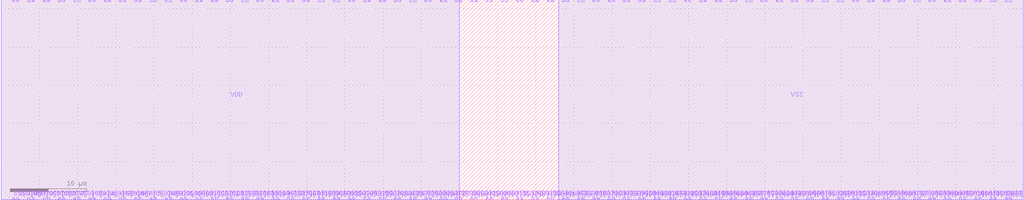
<source format=lef>
VERSION 5.7 ;
  NOWIREEXTENSIONATPIN ON ;
  DIVIDERCHAR "/" ;
  BUSBITCHARS "[]" ;
MACRO dac2u128out4in
  CLASS BLOCK ;
  FOREIGN dac2u128out4in ;
  ORIGIN 0 0 ;
  SIZE 133.800 BY 26.190 ;
  PIN VSS
    USE GROUND ;
    PORT
      LAYER Metal5 ;
        RECT 73 0 133.8 26.19 ;
    END
  END VSS
  PIN VDD
    USE POWER ;
    PORT
      LAYER Metal5 ;
        RECT 0 0 60 26.19 ;
    END
  END VDD
#  PIN VbiasP[1]
#    PORT
#      LAYER Metal1 ;
#        RECT 0.9 14.95 132.9 19.88 ;
#    END
#  END VbiasP[1]
#  PIN Iout
#    PORT
#      LAYER Metal1 ;
#        RECT 0 12.745 133.8 13.445 ;
#    END
#  END Iout
#  PIN VbiasP[0]
#    PORT
#      LAYER Metal1 ;
#        RECT 0.9 6.31 132.9 11.24 ;
#    END
#  END VbiasP[0]
  PIN ON[64]
    PORT
      LAYER Metal2 ;
        RECT 130.03 25.9 130.32 26.19 ;
    END
  END ON[64]
  PIN ONB[64]
    PORT
      LAYER Metal2 ;
        RECT 129.48 25.9 129.77 26.19 ;
    END
  END ONB[64]
  PIN ON[65]
    PORT
      LAYER Metal2 ;
        RECT 128.03 25.9 128.32 26.19 ;
    END
  END ON[65]
  PIN ONB[65]
    PORT
      LAYER Metal2 ;
        RECT 127.48 25.9 127.77 26.19 ;
    END
  END ONB[65]
  PIN ON[66]
    PORT
      LAYER Metal2 ;
        RECT 126.03 25.9 126.32 26.19 ;
    END
  END ON[66]
  PIN ONB[66]
    PORT
      LAYER Metal2 ;
        RECT 125.48 25.9 125.77 26.19 ;
    END
  END ONB[66]
  PIN ON[67]
    PORT
      LAYER Metal2 ;
        RECT 124.03 25.9 124.32 26.19 ;
    END
  END ON[67]
  PIN ONB[67]
    PORT
      LAYER Metal2 ;
        RECT 123.48 25.9 123.77 26.19 ;
    END
  END ONB[67]
  PIN ON[68]
    PORT
      LAYER Metal2 ;
        RECT 122.03 25.9 122.32 26.19 ;
    END
  END ON[68]
  PIN ONB[68]
    PORT
      LAYER Metal2 ;
        RECT 121.48 25.9 121.77 26.19 ;
    END
  END ONB[68]
  PIN ON[69]
    PORT
      LAYER Metal2 ;
        RECT 120.03 25.9 120.32 26.19 ;
    END
  END ON[69]
  PIN ONB[69]
    PORT
      LAYER Metal2 ;
        RECT 119.48 25.9 119.77 26.19 ;
    END
  END ONB[69]
  PIN ON[70]
    PORT
      LAYER Metal2 ;
        RECT 118.03 25.9 118.32 26.19 ;
    END
  END ON[70]
  PIN ONB[70]
    PORT
      LAYER Metal2 ;
        RECT 117.48 25.9 117.77 26.19 ;
    END
  END ONB[70]
  PIN ON[71]
    PORT
      LAYER Metal2 ;
        RECT 116.03 25.9 116.32 26.19 ;
    END
  END ON[71]
  PIN ONB[71]
    PORT
      LAYER Metal2 ;
        RECT 115.48 25.9 115.77 26.19 ;
    END
  END ONB[71]
  PIN ON[72]
    PORT
      LAYER Metal2 ;
        RECT 114.03 25.9 114.32 26.19 ;
    END
  END ON[72]
  PIN ONB[72]
    PORT
      LAYER Metal2 ;
        RECT 113.48 25.9 113.77 26.19 ;
    END
  END ONB[72]
  PIN ON[73]
    PORT
      LAYER Metal2 ;
        RECT 112.03 25.9 112.32 26.19 ;
    END
  END ON[73]
  PIN ONB[73]
    PORT
      LAYER Metal2 ;
        RECT 111.48 25.9 111.77 26.19 ;
    END
  END ONB[73]
  PIN ON[74]
    PORT
      LAYER Metal2 ;
        RECT 110.03 25.9 110.32 26.19 ;
    END
  END ON[74]
  PIN ONB[74]
    PORT
      LAYER Metal2 ;
        RECT 109.48 25.9 109.77 26.19 ;
    END
  END ONB[74]
  PIN ON[75]
    PORT
      LAYER Metal2 ;
        RECT 108.03 25.9 108.32 26.19 ;
    END
  END ON[75]
  PIN ONB[75]
    PORT
      LAYER Metal2 ;
        RECT 107.48 25.9 107.77 26.19 ;
    END
  END ONB[75]
  PIN ON[76]
    PORT
      LAYER Metal2 ;
        RECT 106.03 25.9 106.32 26.19 ;
    END
  END ON[76]
  PIN ONB[76]
    PORT
      LAYER Metal2 ;
        RECT 105.48 25.9 105.77 26.19 ;
    END
  END ONB[76]
  PIN ON[77]
    PORT
      LAYER Metal2 ;
        RECT 104.03 25.9 104.32 26.19 ;
    END
  END ON[77]
  PIN ONB[77]
    PORT
      LAYER Metal2 ;
        RECT 103.48 25.9 103.77 26.19 ;
    END
  END ONB[77]
  PIN ON[78]
    PORT
      LAYER Metal2 ;
        RECT 102.03 25.9 102.32 26.19 ;
    END
  END ON[78]
  PIN ONB[78]
    PORT
      LAYER Metal2 ;
        RECT 101.48 25.9 101.77 26.19 ;
    END
  END ONB[78]
  PIN ON[79]
    PORT
      LAYER Metal2 ;
        RECT 100.03 25.9 100.32 26.19 ;
    END
  END ON[79]
  PIN ONB[79]
    PORT
      LAYER Metal2 ;
        RECT 99.48 25.9 99.77 26.19 ;
    END
  END ONB[79]
  PIN ON[80]
    PORT
      LAYER Metal2 ;
        RECT 98.03 25.9 98.32 26.19 ;
    END
  END ON[80]
  PIN ONB[80]
    PORT
      LAYER Metal2 ;
        RECT 97.48 25.9 97.77 26.19 ;
    END
  END ONB[80]
  PIN ON[81]
    PORT
      LAYER Metal2 ;
        RECT 96.03 25.9 96.32 26.19 ;
    END
  END ON[81]
  PIN ONB[81]
    PORT
      LAYER Metal2 ;
        RECT 95.48 25.9 95.77 26.19 ;
    END
  END ONB[81]
  PIN ON[82]
    PORT
      LAYER Metal2 ;
        RECT 94.03 25.9 94.32 26.19 ;
    END
  END ON[82]
  PIN ONB[82]
    PORT
      LAYER Metal2 ;
        RECT 93.48 25.9 93.77 26.19 ;
    END
  END ONB[82]
  PIN ON[83]
    PORT
      LAYER Metal2 ;
        RECT 92.03 25.9 92.32 26.19 ;
    END
  END ON[83]
  PIN ONB[83]
    PORT
      LAYER Metal2 ;
        RECT 91.48 25.9 91.77 26.19 ;
    END
  END ONB[83]
  PIN ON[84]
    PORT
      LAYER Metal2 ;
        RECT 90.03 25.9 90.32 26.19 ;
    END
  END ON[84]
  PIN ONB[84]
    PORT
      LAYER Metal2 ;
        RECT 89.48 25.9 89.77 26.19 ;
    END
  END ONB[84]
  PIN ON[85]
    PORT
      LAYER Metal2 ;
        RECT 88.03 25.9 88.32 26.19 ;
    END
  END ON[85]
  PIN ONB[85]
    PORT
      LAYER Metal2 ;
        RECT 87.48 25.9 87.77 26.19 ;
    END
  END ONB[85]
  PIN ON[86]
    PORT
      LAYER Metal2 ;
        RECT 86.03 25.9 86.32 26.19 ;
    END
  END ON[86]
  PIN ONB[86]
    PORT
      LAYER Metal2 ;
        RECT 85.48 25.9 85.77 26.19 ;
    END
  END ONB[86]
  PIN ON[87]
    PORT
      LAYER Metal2 ;
        RECT 84.03 25.9 84.32 26.19 ;
    END
  END ON[87]
  PIN ONB[87]
    PORT
      LAYER Metal2 ;
        RECT 83.48 25.9 83.77 26.19 ;
    END
  END ONB[87]
  PIN ON[88]
    PORT
      LAYER Metal2 ;
        RECT 82.03 25.9 82.32 26.19 ;
    END
  END ON[88]
  PIN ONB[88]
    PORT
      LAYER Metal2 ;
        RECT 81.48 25.9 81.77 26.19 ;
    END
  END ONB[88]
  PIN ON[89]
    PORT
      LAYER Metal2 ;
        RECT 80.03 25.9 80.32 26.19 ;
    END
  END ON[89]
  PIN ONB[89]
    PORT
      LAYER Metal2 ;
        RECT 79.48 25.9 79.77 26.19 ;
    END
  END ONB[89]
  PIN ON[90]
    PORT
      LAYER Metal2 ;
        RECT 78.03 25.9 78.32 26.19 ;
    END
  END ON[90]
  PIN ONB[90]
    PORT
      LAYER Metal2 ;
        RECT 77.48 25.9 77.77 26.19 ;
    END
  END ONB[90]
  PIN ON[91]
    PORT
      LAYER Metal2 ;
        RECT 76.03 25.9 76.32 26.19 ;
    END
  END ON[91]
  PIN ONB[91]
    PORT
      LAYER Metal2 ;
        RECT 75.48 25.9 75.77 26.19 ;
    END
  END ONB[91]
  PIN ON[92]
    PORT
      LAYER Metal2 ;
        RECT 74.03 25.9 74.32 26.19 ;
    END
  END ON[92]
  PIN ONB[92]
    PORT
      LAYER Metal2 ;
        RECT 73.48 25.9 73.77 26.19 ;
    END
  END ONB[92]
  PIN ON[93]
    PORT
      LAYER Metal2 ;
        RECT 72.03 25.9 72.32 26.19 ;
    END
  END ON[93]
  PIN ONB[93]
    PORT
      LAYER Metal2 ;
        RECT 71.48 25.9 71.77 26.19 ;
    END
  END ONB[93]
  PIN ON[94]
    PORT
      LAYER Metal2 ;
        RECT 70.03 25.9 70.32 26.19 ;
    END
  END ON[94]
  PIN ONB[94]
    PORT
      LAYER Metal2 ;
        RECT 69.48 25.9 69.77 26.19 ;
    END
  END ONB[94]
  PIN ON[95]
    PORT
      LAYER Metal2 ;
        RECT 68.03 25.9 68.32 26.19 ;
    END
  END ON[95]
  PIN ONB[95]
    PORT
      LAYER Metal2 ;
        RECT 67.48 25.9 67.77 26.19 ;
    END
  END ONB[95]
  PIN EN[2]
    PORT
      LAYER Metal2 ;
        RECT 132.03 25.9 132.32 26.19 ;
    END
  END EN[2]
  PIN ENB[2]
    PORT
      LAYER Metal2 ;
        RECT 131.48 25.9 131.77 26.19 ;
    END
  END ENB[2]
  PIN ON[97]
    PORT
      LAYER Metal2 ;
        RECT 64.03 25.9 64.32 26.19 ;
    END
  END ON[97]
  PIN ONB[97]
    PORT
      LAYER Metal2 ;
        RECT 63.48 25.9 63.77 26.19 ;
    END
  END ONB[97]
  PIN ON[98]
    PORT
      LAYER Metal2 ;
        RECT 62.03 25.9 62.32 26.19 ;
    END
  END ON[98]
  PIN ONB[98]
    PORT
      LAYER Metal2 ;
        RECT 61.48 25.9 61.77 26.19 ;
    END
  END ONB[98]
  PIN ON[99]
    PORT
      LAYER Metal2 ;
        RECT 60.03 25.9 60.32 26.19 ;
    END
  END ON[99]
  PIN ONB[99]
    PORT
      LAYER Metal2 ;
        RECT 59.48 25.9 59.77 26.19 ;
    END
  END ONB[99]
  PIN ON[100]
    PORT
      LAYER Metal2 ;
        RECT 58.03 25.9 58.32 26.19 ;
    END
  END ON[100]
  PIN ONB[100]
    PORT
      LAYER Metal2 ;
        RECT 57.48 25.9 57.77 26.19 ;
    END
  END ONB[100]
  PIN ON[101]
    PORT
      LAYER Metal2 ;
        RECT 56.03 25.9 56.32 26.19 ;
    END
  END ON[101]
  PIN ONB[101]
    PORT
      LAYER Metal2 ;
        RECT 55.48 25.9 55.77 26.19 ;
    END
  END ONB[101]
  PIN ON[102]
    PORT
      LAYER Metal2 ;
        RECT 54.03 25.9 54.32 26.19 ;
    END
  END ON[102]
  PIN ONB[102]
    PORT
      LAYER Metal2 ;
        RECT 53.48 25.9 53.77 26.19 ;
    END
  END ONB[102]
  PIN ON[103]
    PORT
      LAYER Metal2 ;
        RECT 52.03 25.9 52.32 26.19 ;
    END
  END ON[103]
  PIN ONB[103]
    PORT
      LAYER Metal2 ;
        RECT 51.48 25.9 51.77 26.19 ;
    END
  END ONB[103]
  PIN ON[104]
    PORT
      LAYER Metal2 ;
        RECT 50.03 25.9 50.32 26.19 ;
    END
  END ON[104]
  PIN ONB[104]
    PORT
      LAYER Metal2 ;
        RECT 49.48 25.9 49.77 26.19 ;
    END
  END ONB[104]
  PIN ON[105]
    PORT
      LAYER Metal2 ;
        RECT 48.03 25.9 48.32 26.19 ;
    END
  END ON[105]
  PIN ONB[105]
    PORT
      LAYER Metal2 ;
        RECT 47.48 25.9 47.77 26.19 ;
    END
  END ONB[105]
  PIN ON[106]
    PORT
      LAYER Metal2 ;
        RECT 46.03 25.9 46.32 26.19 ;
    END
  END ON[106]
  PIN ONB[106]
    PORT
      LAYER Metal2 ;
        RECT 45.48 25.9 45.77 26.19 ;
    END
  END ONB[106]
  PIN ON[107]
    PORT
      LAYER Metal2 ;
        RECT 44.03 25.9 44.32 26.19 ;
    END
  END ON[107]
  PIN ONB[107]
    PORT
      LAYER Metal2 ;
        RECT 43.48 25.9 43.77 26.19 ;
    END
  END ONB[107]
  PIN ON[108]
    PORT
      LAYER Metal2 ;
        RECT 42.03 25.9 42.32 26.19 ;
    END
  END ON[108]
  PIN ONB[108]
    PORT
      LAYER Metal2 ;
        RECT 41.48 25.9 41.77 26.19 ;
    END
  END ONB[108]
  PIN ON[109]
    PORT
      LAYER Metal2 ;
        RECT 40.03 25.9 40.32 26.19 ;
    END
  END ON[109]
  PIN ONB[109]
    PORT
      LAYER Metal2 ;
        RECT 39.48 25.9 39.77 26.19 ;
    END
  END ONB[109]
  PIN ON[110]
    PORT
      LAYER Metal2 ;
        RECT 38.03 25.9 38.32 26.19 ;
    END
  END ON[110]
  PIN ONB[110]
    PORT
      LAYER Metal2 ;
        RECT 37.48 25.9 37.77 26.19 ;
    END
  END ONB[110]
  PIN ON[111]
    PORT
      LAYER Metal2 ;
        RECT 36.03 25.9 36.32 26.19 ;
    END
  END ON[111]
  PIN ONB[111]
    PORT
      LAYER Metal2 ;
        RECT 35.48 25.9 35.77 26.19 ;
    END
  END ONB[111]
  PIN ON[112]
    PORT
      LAYER Metal2 ;
        RECT 34.03 25.9 34.32 26.19 ;
    END
  END ON[112]
  PIN ONB[112]
    PORT
      LAYER Metal2 ;
        RECT 33.48 25.9 33.77 26.19 ;
    END
  END ONB[112]
  PIN ON[113]
    PORT
      LAYER Metal2 ;
        RECT 32.03 25.9 32.32 26.19 ;
    END
  END ON[113]
  PIN ONB[113]
    PORT
      LAYER Metal2 ;
        RECT 31.48 25.9 31.77 26.19 ;
    END
  END ONB[113]
  PIN ON[114]
    PORT
      LAYER Metal2 ;
        RECT 30.03 25.9 30.32 26.19 ;
    END
  END ON[114]
  PIN ONB[114]
    PORT
      LAYER Metal2 ;
        RECT 29.48 25.9 29.77 26.19 ;
    END
  END ONB[114]
  PIN ON[115]
    PORT
      LAYER Metal2 ;
        RECT 28.03 25.9 28.32 26.19 ;
    END
  END ON[115]
  PIN ONB[115]
    PORT
      LAYER Metal2 ;
        RECT 27.48 25.9 27.77 26.19 ;
    END
  END ONB[115]
  PIN ON[116]
    PORT
      LAYER Metal2 ;
        RECT 26.03 25.9 26.32 26.19 ;
    END
  END ON[116]
  PIN ONB[116]
    PORT
      LAYER Metal2 ;
        RECT 25.48 25.9 25.77 26.19 ;
    END
  END ONB[116]
  PIN ON[117]
    PORT
      LAYER Metal2 ;
        RECT 24.03 25.9 24.32 26.19 ;
    END
  END ON[117]
  PIN ONB[117]
    PORT
      LAYER Metal2 ;
        RECT 23.48 25.9 23.77 26.19 ;
    END
  END ONB[117]
  PIN ON[118]
    PORT
      LAYER Metal2 ;
        RECT 22.03 25.9 22.32 26.19 ;
    END
  END ON[118]
  PIN ONB[118]
    PORT
      LAYER Metal2 ;
        RECT 21.48 25.9 21.77 26.19 ;
    END
  END ONB[118]
  PIN ON[119]
    PORT
      LAYER Metal2 ;
        RECT 20.03 25.9 20.32 26.19 ;
    END
  END ON[119]
  PIN ONB[119]
    PORT
      LAYER Metal2 ;
        RECT 19.48 25.9 19.77 26.19 ;
    END
  END ONB[119]
  PIN ON[120]
    PORT
      LAYER Metal2 ;
        RECT 18.03 25.9 18.32 26.19 ;
    END
  END ON[120]
  PIN ONB[120]
    PORT
      LAYER Metal2 ;
        RECT 17.48 25.9 17.77 26.19 ;
    END
  END ONB[120]
  PIN ON[121]
    PORT
      LAYER Metal2 ;
        RECT 16.03 25.9 16.32 26.19 ;
    END
  END ON[121]
  PIN ONB[121]
    PORT
      LAYER Metal2 ;
        RECT 15.48 25.9 15.77 26.19 ;
    END
  END ONB[121]
  PIN ON[122]
    PORT
      LAYER Metal2 ;
        RECT 14.03 25.9 14.32 26.19 ;
    END
  END ON[122]
  PIN ONB[122]
    PORT
      LAYER Metal2 ;
        RECT 13.48 25.9 13.77 26.19 ;
    END
  END ONB[122]
  PIN ON[123]
    PORT
      LAYER Metal2 ;
        RECT 12.03 25.9 12.32 26.19 ;
    END
  END ON[123]
  PIN ONB[123]
    PORT
      LAYER Metal2 ;
        RECT 11.48 25.9 11.77 26.19 ;
    END
  END ONB[123]
  PIN ON[124]
    PORT
      LAYER Metal2 ;
        RECT 10.03 25.9 10.32 26.19 ;
    END
  END ON[124]
  PIN ONB[124]
    PORT
      LAYER Metal2 ;
        RECT 9.48 25.9 9.77 26.19 ;
    END
  END ONB[124]
  PIN ON[125]
    PORT
      LAYER Metal2 ;
        RECT 8.03 25.9 8.32 26.19 ;
    END
  END ON[125]
  PIN ONB[125]
    PORT
      LAYER Metal2 ;
        RECT 7.48 25.9 7.77 26.19 ;
    END
  END ONB[125]
  PIN ON[126]
    PORT
      LAYER Metal2 ;
        RECT 6.03 25.9 6.32 26.19 ;
    END
  END ON[126]
  PIN ONB[126]
    PORT
      LAYER Metal2 ;
        RECT 5.48 25.9 5.77 26.19 ;
    END
  END ONB[126]
  PIN ON[127]
    PORT
      LAYER Metal2 ;
        RECT 4.03 25.9 4.32 26.19 ;
    END
  END ON[127]
  PIN ONB[127]
    PORT
      LAYER Metal2 ;
        RECT 3.48 25.9 3.77 26.19 ;
    END
  END ONB[127]
  PIN ON[96]
    PORT
      LAYER Metal2 ;
        RECT 66.03 25.9 66.32 26.19 ;
    END
  END ON[96]
  PIN ONB[96]
    PORT
      LAYER Metal2 ;
        RECT 65.48 25.9 65.77 26.19 ;
    END
  END ONB[96]
  PIN EN[3]
    PORT
      LAYER Metal2 ;
        RECT 2.03 25.9 2.32 26.19 ;
    END
  END EN[3]
  PIN ENB[3]
    PORT
      LAYER Metal2 ;
        RECT 1.48 25.9 1.77 26.19 ;
    END
  END ENB[3]
  PIN ON[0]
    PORT
      LAYER Metal2 ;
        RECT 3.48 0 3.77 0.29 ;
    END
  END ON[0]
  PIN ONB[0]
    PORT
      LAYER Metal2 ;
        RECT 4.03 0 4.32 0.29 ;
    END
  END ONB[0]
  PIN ON[1]
    PORT
      LAYER Metal2 ;
        RECT 5.48 0 5.77 0.29 ;
    END
  END ON[1]
  PIN ONB[1]
    PORT
      LAYER Metal2 ;
        RECT 6.03 0 6.32 0.29 ;
    END
  END ONB[1]
  PIN ON[2]
    PORT
      LAYER Metal2 ;
        RECT 7.48 0 7.77 0.29 ;
    END
  END ON[2]
  PIN ONB[2]
    PORT
      LAYER Metal2 ;
        RECT 8.03 0 8.32 0.29 ;
    END
  END ONB[2]
  PIN ON[3]
    PORT
      LAYER Metal2 ;
        RECT 9.48 0 9.77 0.29 ;
    END
  END ON[3]
  PIN ONB[3]
    PORT
      LAYER Metal2 ;
        RECT 10.03 0 10.32 0.29 ;
    END
  END ONB[3]
  PIN ON[4]
    PORT
      LAYER Metal2 ;
        RECT 11.48 0 11.77 0.29 ;
    END
  END ON[4]
  PIN ONB[4]
    PORT
      LAYER Metal2 ;
        RECT 12.03 0 12.32 0.29 ;
    END
  END ONB[4]
  PIN ON[5]
    PORT
      LAYER Metal2 ;
        RECT 13.48 0 13.77 0.29 ;
    END
  END ON[5]
  PIN ONB[5]
    PORT
      LAYER Metal2 ;
        RECT 14.03 0 14.32 0.29 ;
    END
  END ONB[5]
  PIN ON[6]
    PORT
      LAYER Metal2 ;
        RECT 15.48 0 15.77 0.29 ;
    END
  END ON[6]
  PIN ONB[6]
    PORT
      LAYER Metal2 ;
        RECT 16.03 0 16.32 0.29 ;
    END
  END ONB[6]
  PIN ON[7]
    PORT
      LAYER Metal2 ;
        RECT 17.48 0 17.77 0.29 ;
    END
  END ON[7]
  PIN ONB[7]
    PORT
      LAYER Metal2 ;
        RECT 18.03 0 18.32 0.29 ;
    END
  END ONB[7]
  PIN ON[8]
    PORT
      LAYER Metal2 ;
        RECT 19.48 0 19.77 0.29 ;
    END
  END ON[8]
  PIN ONB[8]
    PORT
      LAYER Metal2 ;
        RECT 20.03 0 20.32 0.29 ;
    END
  END ONB[8]
  PIN ON[9]
    PORT
      LAYER Metal2 ;
        RECT 21.48 0 21.77 0.29 ;
    END
  END ON[9]
  PIN ONB[9]
    PORT
      LAYER Metal2 ;
        RECT 22.03 0 22.32 0.29 ;
    END
  END ONB[9]
  PIN ON[10]
    PORT
      LAYER Metal2 ;
        RECT 23.48 0 23.77 0.29 ;
    END
  END ON[10]
  PIN ONB[10]
    PORT
      LAYER Metal2 ;
        RECT 24.03 0 24.32 0.29 ;
    END
  END ONB[10]
  PIN ON[11]
    PORT
      LAYER Metal2 ;
        RECT 25.48 0 25.77 0.29 ;
    END
  END ON[11]
  PIN ONB[11]
    PORT
      LAYER Metal2 ;
        RECT 26.03 0 26.32 0.29 ;
    END
  END ONB[11]
  PIN ON[12]
    PORT
      LAYER Metal2 ;
        RECT 27.48 0 27.77 0.29 ;
    END
  END ON[12]
  PIN ONB[12]
    PORT
      LAYER Metal2 ;
        RECT 28.03 0 28.32 0.29 ;
    END
  END ONB[12]
  PIN ON[13]
    PORT
      LAYER Metal2 ;
        RECT 29.48 0 29.77 0.29 ;
    END
  END ON[13]
  PIN ONB[13]
    PORT
      LAYER Metal2 ;
        RECT 30.03 0 30.32 0.29 ;
    END
  END ONB[13]
  PIN ON[14]
    PORT
      LAYER Metal2 ;
        RECT 31.48 0 31.77 0.29 ;
    END
  END ON[14]
  PIN ONB[14]
    PORT
      LAYER Metal2 ;
        RECT 32.03 0 32.32 0.29 ;
    END
  END ONB[14]
  PIN ON[15]
    PORT
      LAYER Metal2 ;
        RECT 33.48 0 33.77 0.29 ;
    END
  END ON[15]
  PIN ONB[15]
    PORT
      LAYER Metal2 ;
        RECT 34.03 0 34.32 0.29 ;
    END
  END ONB[15]
  PIN ON[16]
    PORT
      LAYER Metal2 ;
        RECT 35.48 0 35.77 0.29 ;
    END
  END ON[16]
  PIN ONB[16]
    PORT
      LAYER Metal2 ;
        RECT 36.03 0 36.32 0.29 ;
    END
  END ONB[16]
  PIN ON[17]
    PORT
      LAYER Metal2 ;
        RECT 37.48 0 37.77 0.29 ;
    END
  END ON[17]
  PIN ONB[17]
    PORT
      LAYER Metal2 ;
        RECT 38.03 0 38.32 0.29 ;
    END
  END ONB[17]
  PIN ON[18]
    PORT
      LAYER Metal2 ;
        RECT 39.48 0 39.77 0.29 ;
    END
  END ON[18]
  PIN ONB[18]
    PORT
      LAYER Metal2 ;
        RECT 40.03 0 40.32 0.29 ;
    END
  END ONB[18]
  PIN ON[19]
    PORT
      LAYER Metal2 ;
        RECT 41.48 0 41.77 0.29 ;
    END
  END ON[19]
  PIN ONB[19]
    PORT
      LAYER Metal2 ;
        RECT 42.03 0 42.32 0.29 ;
    END
  END ONB[19]
  PIN ON[20]
    PORT
      LAYER Metal2 ;
        RECT 43.48 0 43.77 0.29 ;
    END
  END ON[20]
  PIN ONB[20]
    PORT
      LAYER Metal2 ;
        RECT 44.03 0 44.32 0.29 ;
    END
  END ONB[20]
  PIN ON[21]
    PORT
      LAYER Metal2 ;
        RECT 45.48 0 45.77 0.29 ;
    END
  END ON[21]
  PIN ONB[21]
    PORT
      LAYER Metal2 ;
        RECT 46.03 0 46.32 0.29 ;
    END
  END ONB[21]
  PIN ON[22]
    PORT
      LAYER Metal2 ;
        RECT 47.48 0 47.77 0.29 ;
    END
  END ON[22]
  PIN ONB[22]
    PORT
      LAYER Metal2 ;
        RECT 48.03 0 48.32 0.29 ;
    END
  END ONB[22]
  PIN ON[23]
    PORT
      LAYER Metal2 ;
        RECT 49.48 0 49.77 0.29 ;
    END
  END ON[23]
  PIN ONB[23]
    PORT
      LAYER Metal2 ;
        RECT 50.03 0 50.32 0.29 ;
    END
  END ONB[23]
  PIN ON[24]
    PORT
      LAYER Metal2 ;
        RECT 51.48 0 51.77 0.29 ;
    END
  END ON[24]
  PIN ONB[24]
    PORT
      LAYER Metal2 ;
        RECT 52.03 0 52.32 0.29 ;
    END
  END ONB[24]
  PIN ON[25]
    PORT
      LAYER Metal2 ;
        RECT 53.48 0 53.77 0.29 ;
    END
  END ON[25]
  PIN ONB[25]
    PORT
      LAYER Metal2 ;
        RECT 54.03 0 54.32 0.29 ;
    END
  END ONB[25]
  PIN ON[26]
    PORT
      LAYER Metal2 ;
        RECT 55.48 0 55.77 0.29 ;
    END
  END ON[26]
  PIN ONB[26]
    PORT
      LAYER Metal2 ;
        RECT 56.03 0 56.32 0.29 ;
    END
  END ONB[26]
  PIN ON[27]
    PORT
      LAYER Metal2 ;
        RECT 57.48 0 57.77 0.29 ;
    END
  END ON[27]
  PIN ONB[27]
    PORT
      LAYER Metal2 ;
        RECT 58.03 0 58.32 0.29 ;
    END
  END ONB[27]
  PIN ON[28]
    PORT
      LAYER Metal2 ;
        RECT 59.48 0 59.77 0.29 ;
    END
  END ON[28]
  PIN ONB[28]
    PORT
      LAYER Metal2 ;
        RECT 60.03 0 60.32 0.29 ;
    END
  END ONB[28]
  PIN ON[29]
    PORT
      LAYER Metal2 ;
        RECT 61.48 0 61.77 0.29 ;
    END
  END ON[29]
  PIN ONB[29]
    PORT
      LAYER Metal2 ;
        RECT 62.03 0 62.32 0.29 ;
    END
  END ONB[29]
  PIN ON[30]
    PORT
      LAYER Metal2 ;
        RECT 63.48 0 63.77 0.29 ;
    END
  END ON[30]
  PIN ONB[30]
    PORT
      LAYER Metal2 ;
        RECT 64.03 0 64.32 0.29 ;
    END
  END ONB[30]
  PIN ON[31]
    PORT
      LAYER Metal2 ;
        RECT 65.48 0 65.77 0.29 ;
    END
  END ON[31]
  PIN ONB[31]
    PORT
      LAYER Metal2 ;
        RECT 66.03 0 66.32 0.29 ;
    END
  END ONB[31]
  PIN EN[0]
    PORT
      LAYER Metal2 ;
        RECT 1.48 0 1.77 0.29 ;
    END
  END EN[0]
  PIN ENB[0]
    PORT
      LAYER Metal2 ;
        RECT 2.03 0 2.32 0.29 ;
    END
  END ENB[0]
  PIN ON[33]
    PORT
      LAYER Metal2 ;
        RECT 69.48 0 69.77 0.29 ;
    END
  END ON[33]
  PIN ONB[33]
    PORT
      LAYER Metal2 ;
        RECT 70.03 0 70.32 0.29 ;
    END
  END ONB[33]
  PIN ON[34]
    PORT
      LAYER Metal2 ;
        RECT 71.48 0 71.77 0.29 ;
    END
  END ON[34]
  PIN ONB[34]
    PORT
      LAYER Metal2 ;
        RECT 72.03 0 72.32 0.29 ;
    END
  END ONB[34]
  PIN ON[35]
    PORT
      LAYER Metal2 ;
        RECT 73.48 0 73.77 0.29 ;
    END
  END ON[35]
  PIN ONB[35]
    PORT
      LAYER Metal2 ;
        RECT 74.03 0 74.32 0.29 ;
    END
  END ONB[35]
  PIN ON[36]
    PORT
      LAYER Metal2 ;
        RECT 75.48 0 75.77 0.29 ;
    END
  END ON[36]
  PIN ONB[36]
    PORT
      LAYER Metal2 ;
        RECT 76.03 0 76.32 0.29 ;
    END
  END ONB[36]
  PIN ON[37]
    PORT
      LAYER Metal2 ;
        RECT 77.48 0 77.77 0.29 ;
    END
  END ON[37]
  PIN ONB[37]
    PORT
      LAYER Metal2 ;
        RECT 78.03 0 78.32 0.29 ;
    END
  END ONB[37]
  PIN ON[38]
    PORT
      LAYER Metal2 ;
        RECT 79.48 0 79.77 0.29 ;
    END
  END ON[38]
  PIN ONB[38]
    PORT
      LAYER Metal2 ;
        RECT 80.03 0 80.32 0.29 ;
    END
  END ONB[38]
  PIN ON[39]
    PORT
      LAYER Metal2 ;
        RECT 81.48 0 81.77 0.29 ;
    END
  END ON[39]
  PIN ONB[39]
    PORT
      LAYER Metal2 ;
        RECT 82.03 0 82.32 0.29 ;
    END
  END ONB[39]
  PIN ON[40]
    PORT
      LAYER Metal2 ;
        RECT 83.48 0 83.77 0.29 ;
    END
  END ON[40]
  PIN ONB[40]
    PORT
      LAYER Metal2 ;
        RECT 84.03 0 84.32 0.29 ;
    END
  END ONB[40]
  PIN ON[41]
    PORT
      LAYER Metal2 ;
        RECT 85.48 0 85.77 0.29 ;
    END
  END ON[41]
  PIN ONB[41]
    PORT
      LAYER Metal2 ;
        RECT 86.03 0 86.32 0.29 ;
    END
  END ONB[41]
  PIN ON[42]
    PORT
      LAYER Metal2 ;
        RECT 87.48 0 87.77 0.29 ;
    END
  END ON[42]
  PIN ONB[42]
    PORT
      LAYER Metal2 ;
        RECT 88.03 0 88.32 0.29 ;
    END
  END ONB[42]
  PIN ON[43]
    PORT
      LAYER Metal2 ;
        RECT 89.48 0 89.77 0.29 ;
    END
  END ON[43]
  PIN ONB[43]
    PORT
      LAYER Metal2 ;
        RECT 90.03 0 90.32 0.29 ;
    END
  END ONB[43]
  PIN ON[44]
    PORT
      LAYER Metal2 ;
        RECT 91.48 0 91.77 0.29 ;
    END
  END ON[44]
  PIN ONB[44]
    PORT
      LAYER Metal2 ;
        RECT 92.03 0 92.32 0.29 ;
    END
  END ONB[44]
  PIN ON[45]
    PORT
      LAYER Metal2 ;
        RECT 93.48 0 93.77 0.29 ;
    END
  END ON[45]
  PIN ONB[45]
    PORT
      LAYER Metal2 ;
        RECT 94.03 0 94.32 0.29 ;
    END
  END ONB[45]
  PIN ON[46]
    PORT
      LAYER Metal2 ;
        RECT 95.48 0 95.77 0.29 ;
    END
  END ON[46]
  PIN ONB[46]
    PORT
      LAYER Metal2 ;
        RECT 96.03 0 96.32 0.29 ;
    END
  END ONB[46]
  PIN ON[47]
    PORT
      LAYER Metal2 ;
        RECT 97.48 0 97.77 0.29 ;
    END
  END ON[47]
  PIN ONB[47]
    PORT
      LAYER Metal2 ;
        RECT 98.03 0 98.32 0.29 ;
    END
  END ONB[47]
  PIN ON[48]
    PORT
      LAYER Metal2 ;
        RECT 99.48 0 99.77 0.29 ;
    END
  END ON[48]
  PIN ONB[48]
    PORT
      LAYER Metal2 ;
        RECT 100.03 0 100.32 0.29 ;
    END
  END ONB[48]
  PIN ON[49]
    PORT
      LAYER Metal2 ;
        RECT 101.48 0 101.77 0.29 ;
    END
  END ON[49]
  PIN ONB[49]
    PORT
      LAYER Metal2 ;
        RECT 102.03 0 102.32 0.29 ;
    END
  END ONB[49]
  PIN ON[50]
    PORT
      LAYER Metal2 ;
        RECT 103.48 0 103.77 0.29 ;
    END
  END ON[50]
  PIN ONB[50]
    PORT
      LAYER Metal2 ;
        RECT 104.03 0 104.32 0.29 ;
    END
  END ONB[50]
  PIN ON[51]
    PORT
      LAYER Metal2 ;
        RECT 105.48 0 105.77 0.29 ;
    END
  END ON[51]
  PIN ONB[51]
    PORT
      LAYER Metal2 ;
        RECT 106.03 0 106.32 0.29 ;
    END
  END ONB[51]
  PIN ON[52]
    PORT
      LAYER Metal2 ;
        RECT 107.48 0 107.77 0.29 ;
    END
  END ON[52]
  PIN ONB[52]
    PORT
      LAYER Metal2 ;
        RECT 108.03 0 108.32 0.29 ;
    END
  END ONB[52]
  PIN ON[53]
    PORT
      LAYER Metal2 ;
        RECT 109.48 0 109.77 0.29 ;
    END
  END ON[53]
  PIN ONB[53]
    PORT
      LAYER Metal2 ;
        RECT 110.03 0 110.32 0.29 ;
    END
  END ONB[53]
  PIN ON[54]
    PORT
      LAYER Metal2 ;
        RECT 111.48 0 111.77 0.29 ;
    END
  END ON[54]
  PIN ONB[54]
    PORT
      LAYER Metal2 ;
        RECT 112.03 0 112.32 0.29 ;
    END
  END ONB[54]
  PIN ON[55]
    PORT
      LAYER Metal2 ;
        RECT 113.48 0 113.77 0.29 ;
    END
  END ON[55]
  PIN ONB[55]
    PORT
      LAYER Metal2 ;
        RECT 114.03 0 114.32 0.29 ;
    END
  END ONB[55]
  PIN ON[56]
    PORT
      LAYER Metal2 ;
        RECT 115.48 0 115.77 0.29 ;
    END
  END ON[56]
  PIN ONB[56]
    PORT
      LAYER Metal2 ;
        RECT 116.03 0 116.32 0.29 ;
    END
  END ONB[56]
  PIN ON[57]
    PORT
      LAYER Metal2 ;
        RECT 117.48 0 117.77 0.29 ;
    END
  END ON[57]
  PIN ONB[57]
    PORT
      LAYER Metal2 ;
        RECT 118.03 0 118.32 0.29 ;
    END
  END ONB[57]
  PIN ON[58]
    PORT
      LAYER Metal2 ;
        RECT 119.48 0 119.77 0.29 ;
    END
  END ON[58]
  PIN ONB[58]
    PORT
      LAYER Metal2 ;
        RECT 120.03 0 120.32 0.29 ;
    END
  END ONB[58]
  PIN ON[59]
    PORT
      LAYER Metal2 ;
        RECT 121.48 0 121.77 0.29 ;
    END
  END ON[59]
  PIN ONB[59]
    PORT
      LAYER Metal2 ;
        RECT 122.03 0 122.32 0.29 ;
    END
  END ONB[59]
  PIN ON[60]
    PORT
      LAYER Metal2 ;
        RECT 123.48 0 123.77 0.29 ;
    END
  END ON[60]
  PIN ONB[60]
    PORT
      LAYER Metal2 ;
        RECT 124.03 0 124.32 0.29 ;
    END
  END ONB[60]
  PIN ON[61]
    PORT
      LAYER Metal2 ;
        RECT 125.48 0 125.77 0.29 ;
    END
  END ON[61]
  PIN ONB[61]
    PORT
      LAYER Metal2 ;
        RECT 126.03 0 126.32 0.29 ;
    END
  END ONB[61]
  PIN ON[62]
    PORT
      LAYER Metal2 ;
        RECT 127.48 0 127.77 0.29 ;
    END
  END ON[62]
  PIN ONB[62]
    PORT
      LAYER Metal2 ;
        RECT 128.03 0 128.32 0.29 ;
    END
  END ONB[62]
  PIN ON[63]
    PORT
      LAYER Metal2 ;
        RECT 129.48 0 129.77 0.29 ;
    END
  END ON[63]
  PIN ONB[63]
    PORT
      LAYER Metal2 ;
        RECT 130.03 0 130.32 0.29 ;
    END
  END ONB[63]
  PIN ON[32]
    PORT
      LAYER Metal2 ;
        RECT 67.48 0 67.77 0.29 ;
    END
  END ON[32]
  PIN ONB[32]
    PORT
      LAYER Metal2 ;
        RECT 68.03 0 68.32 0.29 ;
    END
  END ONB[32]
  PIN EN[1]
    PORT
      LAYER Metal2 ;
        RECT 131.48 0 131.77 0.29 ;
    END
  END EN[1]
  PIN ENB[1]
    PORT
      LAYER Metal2 ;
        RECT 132.03 0 132.32 0.29 ;
    END
  END ENB[1]
#  PIN VcascP[1]
#    PORT
#      LAYER Metal3 ;
#        RECT 0 20.93 133.8 21.63 ;
#    END
#  END VcascP[1]
#  PIN VcascP[0]
#    PORT
#      LAYER Metal3 ;
#        RECT 0 4.56 133.8 5.26 ;
#    END
#  END VcascP[0]
END dac2u128out4in
END LIBRARY


</source>
